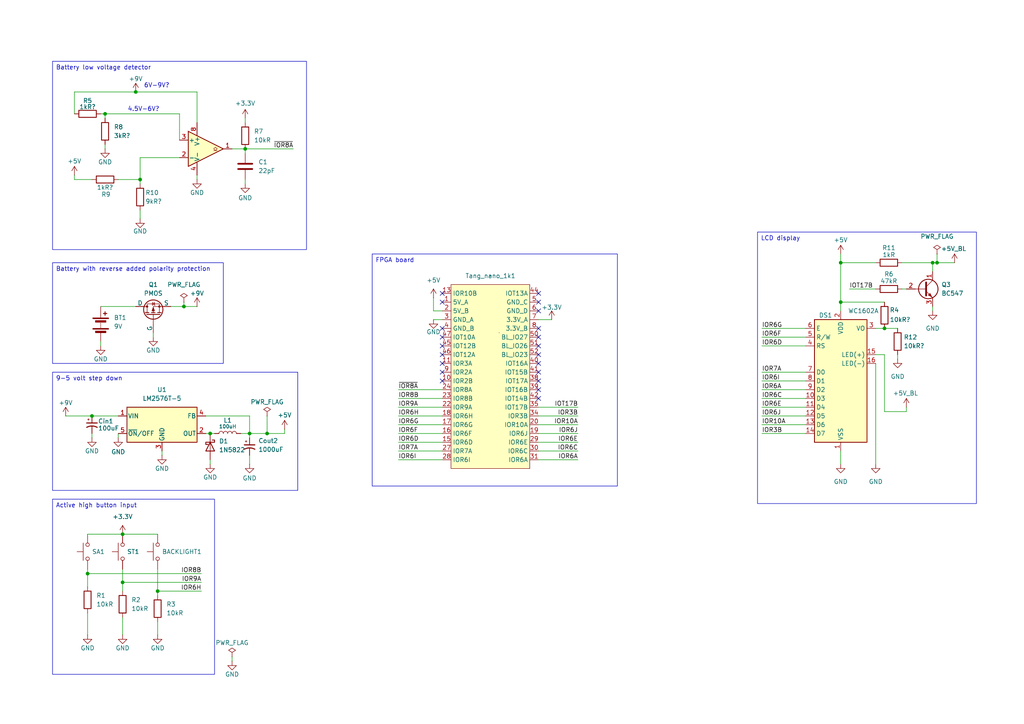
<source format=kicad_sch>
(kicad_sch (version 20250114) (generator "eeschema") (generator_version "9.0")
  (paper "A4")
  (lib_symbols
    (symbol "Comparator:LM2903" (pin_names (offset 0.127))
      (property "Reference" "U" (at 3.81 3.81 0))
      (property "Value" "LM2903" (at 6.35 -3.81 0))
      (symbol "LM2903_1_1"
        (polyline (pts (xy -5.08 5.08) (xy 5.08 0) (xy -5.08 -5.08) (xy -5.08 5.08)) (stroke (width 0.254)) (fill (type background)))
        (polyline (pts (xy 3.302 -0.508) (xy 2.794 -0.508) (xy 3.302 0) (xy 2.794 0.508) (xy 2.286 0) (xy 2.794 -0.508) (xy 2.286 -0.508)) (stroke (width 0.127)))
        (pin input line (at -7.62 2.54 0) (length 2.54) (name "+") (number "3"))
        (pin input line (at -7.62 -2.54 0) (length 2.54) (name "-") (number "2"))
        (pin open_collector line (at 7.62 0 180) (length 2.54) (name "~") (number "1"))
      )
      (symbol "LM2903_2_1"
        (polyline (pts (xy -5.08 5.08) (xy 5.08 0) (xy -5.08 -5.08) (xy -5.08 5.08)) (stroke (width 0.254)) (fill (type background)))
        (polyline (pts (xy 3.302 -0.508) (xy 2.794 -0.508) (xy 3.302 0) (xy 2.794 0.508) (xy 2.286 0) (xy 2.794 -0.508) (xy 2.286 -0.508)) (stroke (width 0.127)))
        (pin input line (at -7.62 2.54 0) (length 2.54) (name "+") (number "5"))
        (pin input line (at -7.62 -2.54 0) (length 2.54) (name "-") (number "6"))
        (pin open_collector line (at 7.62 0 180) (length 2.54) (name "~") (number "7"))
      )
      (symbol "LM2903_3_1"
        (pin power_in line (at -2.54 7.62 270) (length 3.81) (name "V+") (number "8"))
        (pin power_in line (at -2.54 -7.62 90) (length 3.81) (name "V-") (number "4"))
      )
    )
    (symbol "Device:Battery" (pin_numbers (hide yes)) (pin_names (offset 0) (hide yes))
      (property "Reference" "BT" (at 2.54 2.54 0))
      (property "Value" "Battery" (at 2.54 0 0))
      (symbol "Battery_0_1"
        (rectangle (start -2.286 1.778) (end 2.286 1.524) (fill (type outline)))
        (rectangle (start -2.286 -1.27) (end 2.286 -1.524) (fill (type outline)))
        (rectangle (start -1.524 1.016) (end 1.524 0.508) (fill (type outline)))
        (rectangle (start -1.524 -2.032) (end 1.524 -2.54) (fill (type outline)))
        (polyline (pts (xy 0 1.778) (xy 0 2.54)))
        (polyline (pts (xy 0 0) (xy 0 0.254)))
        (polyline (pts (xy 0 -0.508) (xy 0 -0.254)))
        (polyline (pts (xy 0 -1.016) (xy 0 -0.762)))
        (polyline (pts (xy 0.762 3.048) (xy 1.778 3.048)) (stroke (width 0.254)))
        (polyline (pts (xy 1.27 3.556) (xy 1.27 2.54)) (stroke (width 0.254)))
      )
      (symbol "Battery_1_1"
        (pin passive line (at 0 5.08 270) (length 2.54) (name "+") (number "1"))
        (pin passive line (at 0 -5.08 90) (length 2.54) (name "-") (number "2"))
      )
    )
    (symbol "Device:C" (pin_numbers (hide yes)) (pin_names (offset 0.254))
      (property "Reference" "C" (at 0.635 2.54 0))
      (property "Value" "C" (at 0.635 -2.54 0))
      (symbol "C_0_1"
        (polyline (pts (xy -2.032 0.762) (xy 2.032 0.762)) (stroke (width 0.508)))
        (polyline (pts (xy -2.032 -0.762) (xy 2.032 -0.762)) (stroke (width 0.508)))
      )
      (symbol "C_1_1"
        (pin passive line (at 0 3.81 270) (length 2.794) (name "~") (number "1"))
        (pin passive line (at 0 -3.81 90) (length 2.794) (name "~") (number "2"))
      )
    )
    (symbol "Device:C_Polarized_Small_US" (pin_numbers (hide yes)) (pin_names (offset 0.254) (hide yes))
      (property "Reference" "C" (at 0.254 1.778 0))
      (property "Value" "C_Polarized_Small_US" (at 0.254 -2.032 0))
      (symbol "C_Polarized_Small_US_0_1"
        (polyline (pts (xy -1.524 0.508) (xy 1.524 0.508)) (stroke (width 0.3048)))
        (polyline (pts (xy -1.27 1.524) (xy -0.762 1.524)))
        (polyline (pts (xy -1.016 1.27) (xy -1.016 1.778)))
        (arc (start -1.524 -0.762) (mid 0 -0.3734) (end 1.524 -0.762) (stroke (width 0.3048)))
      )
      (symbol "C_Polarized_Small_US_1_1"
        (pin passive line (at 0 2.54 270) (length 2.032) (name "~") (number "1"))
        (pin passive line (at 0 -2.54 90) (length 2.032) (name "~") (number "2"))
      )
    )
    (symbol "Device:L" (pin_numbers (hide yes)) (pin_names (offset 1.016) (hide yes))
      (property "Reference" "L" (at -1.27 0 90))
      (property "Value" "L" (at 1.905 0 90))
      (symbol "L_0_1"
        (arc (start 0 2.54) (mid 0.6323 1.905) (end 0 1.27))
        (arc (start 0 1.27) (mid 0.6323 0.635) (end 0 0))
        (arc (start 0 0) (mid 0.6323 -0.635) (end 0 -1.27))
        (arc (start 0 -1.27) (mid 0.6323 -1.905) (end 0 -2.54))
      )
      (symbol "L_1_1"
        (pin passive line (at 0 3.81 270) (length 1.27) (name "1") (number "1"))
        (pin passive line (at 0 -3.81 90) (length 1.27) (name "2") (number "2"))
      )
    )
    (symbol "Device:R" (pin_numbers (hide yes)) (pin_names (offset 0))
      (property "Reference" "R" (at 2.032 0 90))
      (property "Value" "R" (at 0 0 90))
      (symbol "R_0_1"
        (rectangle (start -1.016 -2.54) (end 1.016 2.54) (stroke (width 0.254)))
      )
      (symbol "R_1_1"
        (pin passive line (at 0 3.81 270) (length 1.27) (name "~") (number "1"))
        (pin passive line (at 0 -3.81 90) (length 1.27) (name "~") (number "2"))
      )
    )
    (symbol "Diode:1N5822" (pin_numbers (hide yes)) (pin_names (offset 1.016) (hide yes))
      (property "Reference" "D" (at 0 2.54 0))
      (property "Value" "1N5822" (at 0 -2.54 0))
      (symbol "1N5822_0_1"
        (polyline (pts (xy -1.905 0.635) (xy -1.905 1.27) (xy -1.27 1.27) (xy -1.27 -1.27) (xy -0.635 -1.27) (xy -0.635 -0.635)) (stroke (width 0.254)))
        (polyline (pts (xy 1.27 1.27) (xy 1.27 -1.27) (xy -1.27 0) (xy 1.27 1.27)) (stroke (width 0.254)))
        (polyline (pts (xy 1.27 0) (xy -1.27 0)))
      )
      (symbol "1N5822_1_1"
        (pin passive line (at -3.81 0 0) (length 2.54) (name "K") (number "1"))
        (pin passive line (at 3.81 0 180) (length 2.54) (name "A") (number "2"))
      )
    )
    (symbol "Display_Character:WC1602A"
      (property "Reference" "DS" (at -5.842 19.05 0))
      (property "Value" "WC1602A" (at 5.334 19.05 0))
      (symbol "WC1602A_1_1"
        (rectangle (start -7.62 17.78) (end 7.62 -17.78) (stroke (width 0.254)) (fill (type background)))
        (pin input line (at -10.16 15.24 0) (length 2.54) (name "E") (number "6"))
        (pin input line (at -10.16 12.7 0) (length 2.54) (name "R/W") (number "5"))
        (pin input line (at -10.16 10.16 0) (length 2.54) (name "RS") (number "4"))
        (pin input line (at -10.16 2.54 0) (length 2.54) (name "D0") (number "7"))
        (pin input line (at -10.16 0 0) (length 2.54) (name "D1") (number "8"))
        (pin input line (at -10.16 -2.54 0) (length 2.54) (name "D2") (number "9"))
        (pin input line (at -10.16 -5.08 0) (length 2.54) (name "D3") (number "10"))
        (pin input line (at -10.16 -7.62 0) (length 2.54) (name "D4") (number "11"))
        (pin input line (at -10.16 -10.16 0) (length 2.54) (name "D5") (number "12"))
        (pin input line (at -10.16 -12.7 0) (length 2.54) (name "D6") (number "13"))
        (pin input line (at -10.16 -15.24 0) (length 2.54) (name "D7") (number "14"))
        (pin power_in line (at 0 20.32 270) (length 2.54) (name "VDD") (number "2"))
        (pin power_in line (at 0 -20.32 90) (length 2.54) (name "VSS") (number "1"))
        (pin input line (at 10.16 15.24 180) (length 2.54) (name "VO") (number "3"))
        (pin power_in line (at 10.16 7.62 180) (length 2.54) (name "LED(+)") (number "15"))
        (pin power_in line (at 10.16 5.08 180) (length 2.54) (name "LED(-)") (number "16"))
      )
    )
    (symbol "Regulator_Switching:LM2576T-5" (pin_names (offset 0.254))
      (property "Reference" "U" (at -10.16 6.35 0))
      (property "Value" "LM2576T-5" (at 0 6.35 0))
      (symbol "LM2576T-5_0_1"
        (rectangle (start -10.16 5.08) (end 10.16 -5.08) (stroke (width 0.254)) (fill (type background)))
      )
      (symbol "LM2576T-5_1_1"
        (pin power_in line (at -12.7 2.54 0) (length 2.54) (name "VIN") (number "1"))
        (pin input line (at -12.7 -2.54 0) (length 2.54) (name "~{ON}/OFF") (number "5"))
        (pin power_in line (at 0 -7.62 90) (length 2.54) (name "GND") (number "3"))
        (pin input line (at 12.7 2.54 180) (length 2.54) (name "FB") (number "4"))
        (pin output line (at 12.7 -2.54 180) (length 2.54) (name "OUT") (number "2"))
      )
    )
    (symbol "Simulation_SPICE:PMOS" (pin_numbers (hide yes)) (pin_names (offset 0))
      (property "Reference" "Q" (at 5.08 1.27 0))
      (property "Value" "PMOS" (at 5.08 -1.27 0))
      (symbol "PMOS_0_1"
        (polyline (pts (xy 0.254 1.905) (xy 0.254 -1.905)) (stroke (width 0.254)))
        (polyline (pts (xy 0.254 0) (xy -2.54 0)))
        (polyline (pts (xy 0.762 2.286) (xy 0.762 1.27)) (stroke (width 0.254)))
        (polyline (pts (xy 0.762 1.778) (xy 3.302 1.778) (xy 3.302 -1.778) (xy 0.762 -1.778)))
        (polyline (pts (xy 0.762 0.508) (xy 0.762 -0.508)) (stroke (width 0.254)))
        (polyline (pts (xy 0.762 -1.27) (xy 0.762 -2.286)) (stroke (width 0.254)))
        (circle (center 1.651 0) (radius 2.794) (stroke (width 0.254)))
        (polyline (pts (xy 2.286 0) (xy 1.27 0.381) (xy 1.27 -0.381) (xy 2.286 0)) (fill (type outline)))
        (polyline (pts (xy 2.54 2.54) (xy 2.54 1.778)))
        (circle (center 2.54 1.778) (radius 0.254) (fill (type outline)))
        (circle (center 2.54 -1.778) (radius 0.254) (fill (type outline)))
        (polyline (pts (xy 2.54 -2.54) (xy 2.54 0) (xy 0.762 0)))
        (polyline (pts (xy 2.794 -0.508) (xy 2.921 -0.381) (xy 3.683 -0.381) (xy 3.81 -0.254)))
        (polyline (pts (xy 3.302 -0.381) (xy 2.921 0.254) (xy 3.683 0.254) (xy 3.302 -0.381)))
      )
      (symbol "PMOS_1_1"
        (pin input line (at -5.08 0 0) (length 2.54) (name "G") (number "2"))
        (pin passive line (at 2.54 5.08 270) (length 2.54) (name "D") (number "1"))
        (pin passive line (at 2.54 -5.08 90) (length 2.54) (name "S") (number "3"))
      )
    )
    (symbol "Switch:SW_Push" (pin_numbers (hide yes)) (pin_names (offset 1.016) (hide yes))
      (property "Reference" "SW" (at 1.27 2.54 0))
      (property "Value" "SW_Push" (at 0 -1.524 0))
      (symbol "SW_Push_0_1"
        (circle (center -2.032 0) (radius 0.508))
        (polyline (pts (xy 0 1.27) (xy 0 3.048)))
        (circle (center 2.032 0) (radius 0.508))
        (polyline (pts (xy 2.54 1.27) (xy -2.54 1.27)))
        (pin passive line (at -5.08 0 0) (length 2.54) (name "1") (number "1"))
        (pin passive line (at 5.08 0 180) (length 2.54) (name "2") (number "2"))
      )
    )
    (symbol "Tang_Nano_1k_library:Tang_nano_1k_fpga_sym"
      (property "Reference" "Tang_nano_1k" (at -0.254 27.178 0))
      (symbol "Tang_nano_1k_fpga_sym_0_1"
        (rectangle (start 2.54 11.43) (end 2.54 11.43))
        (rectangle (start 2.54 11.43) (end 2.54 11.43))
      )
      (symbol "Tang_nano_1k_fpga_sym_1_1"
        (rectangle (start -11.43 25.4) (end 11.43 -27.94) (fill (type background)))
        (pin bidirectional line (at -13.97 22.86 0) (length 2.54) (name "IOR10B") (number "13"))
        (pin power_in line (at -13.97 20.32 0) (length 2.54) (name "5V_A") (number "1"))
        (pin power_in line (at -13.97 17.78 0) (length 2.54) (name "5V_B") (number "2"))
        (pin power_in line (at -13.97 15.24 0) (length 2.54) (name "GND_A") (number "3"))
        (pin power_in line (at -13.97 12.7 0) (length 2.54) (name "GND_B") (number "4"))
        (pin bidirectional line (at -13.97 10.16 0) (length 2.54) (name "IOT10A") (number "47"))
        (pin bidirectional line (at -13.97 7.62 0) (length 2.54) (name "IOT12B") (number "45"))
        (pin bidirectional line (at -13.97 5.08 0) (length 2.54) (name "IOT12A") (number "46"))
        (pin bidirectional line (at -13.97 2.54 0) (length 2.54) (name "IOR3A") (number "11"))
        (pin bidirectional line (at -13.97 0 0) (length 2.54) (name "IOR2A") (number "9"))
        (pin bidirectional line (at -13.97 -2.54 0) (length 2.54) (name "IOR2B") (number "10"))
        (pin bidirectional line (at -13.97 -5.08 0) (length 2.54) (name "IOR8A") (number "24"))
        (pin bidirectional line (at -13.97 -7.62 0) (length 2.54) (name "IOR8B") (number "23"))
        (pin bidirectional line (at -13.97 -10.16 0) (length 2.54) (name "IOR9A") (number "22"))
        (pin bidirectional line (at -13.97 -12.7 0) (length 2.54) (name "IOR6H") (number "18"))
        (pin bidirectional line (at -13.97 -15.24 0) (length 2.54) (name "IOR6G") (number "17"))
        (pin bidirectional line (at -13.97 -17.78 0) (length 2.54) (name "IOR6F") (number "16"))
        (pin bidirectional line (at -13.97 -20.32 0) (length 2.54) (name "IOR6D") (number "15"))
        (pin bidirectional line (at -13.97 -22.86 0) (length 2.54) (name "IOR7A") (number "27"))
        (pin bidirectional line (at -13.97 -25.4 0) (length 2.54) (name "IOR6I") (number "28"))
        (pin bidirectional line (at 13.97 22.86 180) (length 2.54) (name "IOT13A") (number "44"))
        (pin power_in line (at 13.97 20.32 180) (length 2.54) (name "GND_C") (number "5"))
        (pin power_in line (at 13.97 17.78 180) (length 2.54) (name "GND_D") (number "6"))
        (pin power_out line (at 13.97 15.24 180) (length 2.54) (name "3.3V_A") (number "7"))
        (pin power_out line (at 13.97 12.7 180) (length 2.54) (name "3.3V_B") (number "8"))
        (pin bidirectional line (at 13.97 10.16 180) (length 2.54) (name "BL_IO27") (number "50"))
        (pin bidirectional line (at 13.97 7.62 180) (length 2.54) (name "BL_IO26") (number "51"))
        (pin bidirectional line (at 13.97 5.08 180) (length 2.54) (name "BL_IO23") (number "52"))
        (pin bidirectional line (at 13.97 2.54 180) (length 2.54) (name "IOT16A") (number "40"))
        (pin bidirectional line (at 13.97 0 180) (length 2.54) (name "IOT15B") (number "41"))
        (pin bidirectional line (at 13.97 -2.54 180) (length 2.54) (name "IOT17A") (number "38"))
        (pin bidirectional line (at 13.97 -5.08 180) (length 2.54) (name "IOT16B") (number "39"))
        (pin bidirectional line (at 13.97 -7.62 180) (length 2.54) (name "IOT14B") (number "42"))
        (pin bidirectional line (at 13.97 -10.16 180) (length 2.54) (name "IOT17B") (number "35"))
        (pin bidirectional line (at 13.97 -12.7 180) (length 2.54) (name "IOR3B") (number "34"))
        (pin bidirectional line (at 13.97 -15.24 180) (length 2.54) (name "IOR10A") (number "20"))
        (pin bidirectional line (at 13.97 -17.78 180) (length 2.54) (name "IOR6J") (number "19"))
        (pin bidirectional line (at 13.97 -20.32 180) (length 2.54) (name "IOR6E") (number "29"))
        (pin bidirectional line (at 13.97 -22.86 180) (length 2.54) (name "IOR6C") (number "30"))
        (pin bidirectional line (at 13.97 -25.4 180) (length 2.54) (name "IOR6A") (number "31"))
      )
    )
    (symbol "Transistor_BJT:BC547" (pin_names (offset 0) (hide yes))
      (property "Reference" "Q" (at 5.08 1.905 0))
      (property "Value" "BC547" (at 5.08 0 0))
      (symbol "BC547_0_1"
        (polyline (pts (xy -2.54 0) (xy 0.635 0)))
        (polyline (pts (xy 0.635 1.905) (xy 0.635 -1.905)) (stroke (width 0.508)))
        (circle (center 1.27 0) (radius 2.8194) (stroke (width 0.254)))
      )
      (symbol "BC547_1_1"
        (polyline (pts (xy 0.635 0.635) (xy 2.54 2.54)))
        (polyline (pts (xy 0.635 -0.635) (xy 2.54 -2.54)))
        (polyline (pts (xy 1.27 -1.778) (xy 1.778 -1.27) (xy 2.286 -2.286) (xy 1.27 -1.778)) (fill (type outline)))
        (pin input line (at -5.08 0 0) (length 2.54) (name "B") (number "2"))
        (pin passive line (at 2.54 5.08 270) (length 2.54) (name "C") (number "1"))
        (pin passive line (at 2.54 -5.08 90) (length 2.54) (name "E") (number "3"))
      )
    )
    (symbol "power:+5V" (power) (pin_numbers (hide yes)) (pin_names (offset 0) (hide yes))
      (property "Value" "+5V" (at 0 3.556 0))
      (symbol "+5V_0_1"
        (polyline (pts (xy -0.762 1.27) (xy 0 2.54)))
        (polyline (pts (xy 0 2.54) (xy 0.762 1.27)))
        (polyline (pts (xy 0 0) (xy 0 2.54)))
      )
      (symbol "+5V_1_1"
        (pin power_in line (at 0 0 90) (length 0) (name "~") (number "1"))
      )
    )
    (symbol "power:+9V" (power) (pin_numbers (hide yes)) (pin_names (offset 0) (hide yes))
      (property "Value" "+9V" (at 0 3.556 0))
      (symbol "+9V_0_1"
        (polyline (pts (xy -0.762 1.27) (xy 0 2.54)))
        (polyline (pts (xy 0 2.54) (xy 0.762 1.27)))
        (polyline (pts (xy 0 0) (xy 0 2.54)))
      )
      (symbol "+9V_1_1"
        (pin power_in line (at 0 0 90) (length 0) (name "~") (number "1"))
      )
    )
    (symbol "power:GND" (power) (pin_numbers (hide yes)) (pin_names (offset 0) (hide yes))
      (property "Value" "GND" (at 0 -3.81 0))
      (symbol "GND_0_1"
        (polyline (pts (xy 0 0) (xy 0 -1.27) (xy 1.27 -1.27) (xy 0 -2.54) (xy -1.27 -1.27) (xy 0 -1.27)))
      )
      (symbol "GND_1_1"
        (pin power_in line (at 0 0 270) (length 0) (name "~") (number "1"))
      )
    )
    (symbol "power:PWR_FLAG" (power) (pin_numbers (hide yes)) (pin_names (offset 0) (hide yes))
      (property "Value" "PWR_FLAG" (at 0 3.81 0))
      (symbol "PWR_FLAG_0_0"
        (pin power_out line (at 0 0 90) (length 0) (name "~") (number "1"))
      )
      (symbol "PWR_FLAG_0_1"
        (polyline (pts (xy 0 0) (xy 0 1.27) (xy -1.016 1.905) (xy 0 2.54) (xy 1.016 1.905) (xy 0 1.27)))
      )
    )
  )
  (text "4.5V-6V?" (at 41.656 31.75 0) (effects (font (size 1.27 1.27))))
  (text "6V-9V?" (at 45.466 24.892 0) (effects (font (size 1.27 1.27))))
  (text_box "9-5 volt step down" (at 15.24 107.95 0) (size 71.12 34.29) (margins 0.9525 0.9525 0.9525 0.9525) (effects (font (size 1.27 1.27)) (justify left top)))
  (text_box "LCD display" (at 219.71 67.31 0) (size 63.5 78.74) (margins 0.9525 0.9525 0.9525 0.9525) (effects (font (size 1.27 1.27)) (justify left top)))
  (text_box "Active high button input" (at 15.24 144.78 0) (size 46.99 50.8) (margins 0.9525 0.9525 0.9525 0.9525) (effects (font (size 1.27 1.27)) (justify left top)))
  (text_box "Battery low voltage detector\n" (at 15.24 17.78 0) (size 73.66 54.61) (margins 0.9525 0.9525 0.9525 0.9525) (effects (font (size 1.27 1.27)) (justify left top)))
  (text_box "Battery with reverse added polarity protection" (at 15.24 76.2 0) (size 49.53 29.21) (margins 0.9525 0.9525 0.9525 0.9525) (effects (font (size 1.27 1.27)) (justify left top)))
  (text_box "FPGA board" (at 107.95 73.66 0) (size 71.12 67.31) (margins 0.9525 0.9525 0.9525 0.9525) (effects (font (size 1.27 1.27)) (justify left top)))
  (junction (at 39.37 26.67))
  (junction (at 40.64 52.07))
  (junction (at 72.39 125.73))
  (junction (at 71.12 43.18))
  (junction (at 270.51 76.2))
  (junction (at 60.96 125.73))
  (junction (at 30.48 33.02))
  (junction (at 77.47 125.73))
  (junction (at 35.56 168.91))
  (junction (at 243.84 76.2))
  (junction (at 25.4 166.37))
  (junction (at 256.54 95.25))
  (junction (at 243.84 87.63))
  (junction (at 53.34 88.9))
  (junction (at 271.78 76.2))
  (junction (at 35.56 154.94))
  (junction (at 45.72 171.45))
  (junction (at 26.67 120.65))
  (no_connect (at 156.21 100.33))
  (no_connect (at 156.21 110.49))
  (no_connect (at 156.21 87.63))
  (no_connect (at 128.27 107.95))
  (no_connect (at 128.27 100.33))
  (no_connect (at 156.21 113.03))
  (no_connect (at 156.21 115.57))
  (no_connect (at 156.21 85.09))
  (no_connect (at 128.27 110.49))
  (no_connect (at 156.21 102.87))
  (no_connect (at 128.27 97.79))
  (no_connect (at 156.21 107.95))
  (no_connect (at 156.21 90.17))
  (no_connect (at 128.27 105.41))
  (no_connect (at 128.27 87.63))
  (no_connect (at 156.21 95.25))
  (no_connect (at 128.27 102.87))
  (no_connect (at 156.21 105.41))
  (no_connect (at 128.27 85.09))
  (no_connect (at 128.27 95.25))
  (no_connect (at 156.21 97.79))
  (wire (pts (xy 156.21 120.65) (xy 167.64 120.65)))
  (wire (pts (xy 156.21 125.73) (xy 167.64 125.73)))
  (wire (pts (xy 71.12 34.29) (xy 71.12 35.56)))
  (wire (pts (xy 220.98 100.33) (xy 233.68 100.33)))
  (wire (pts (xy 40.64 53.34) (xy 40.64 52.07)))
  (wire (pts (xy 26.67 125.73) (xy 26.67 127)))
  (wire (pts (xy 220.98 107.95) (xy 233.68 107.95)))
  (wire (pts (xy 71.12 43.18) (xy 71.12 44.45)))
  (wire (pts (xy 220.98 95.25) (xy 233.68 95.25)))
  (wire (pts (xy 115.57 123.19) (xy 128.27 123.19)))
  (wire (pts (xy 26.67 52.07) (xy 21.59 52.07)))
  (wire (pts (xy 19.05 120.65) (xy 26.67 120.65)))
  (wire (pts (xy 220.98 120.65) (xy 233.68 120.65)))
  (wire (pts (xy 35.56 168.91) (xy 35.56 171.45)))
  (wire (pts (xy 125.73 86.36) (xy 125.73 90.17)))
  (wire (pts (xy 243.84 76.2) (xy 243.84 87.63)))
  (wire (pts (xy 59.69 125.73) (xy 60.96 125.73)))
  (wire (pts (xy 60.96 125.73) (xy 62.23 125.73)))
  (wire (pts (xy 21.59 33.02) (xy 21.59 26.67)))
  (wire (pts (xy 26.67 120.65) (xy 34.29 120.65)))
  (wire (pts (xy 243.84 87.63) (xy 243.84 90.17)))
  (wire (pts (xy 261.62 83.82) (xy 262.89 83.82)))
  (wire (pts (xy 115.57 115.57) (xy 128.27 115.57)))
  (wire (pts (xy 271.78 73.66) (xy 271.78 76.2)))
  (wire (pts (xy 40.64 52.07) (xy 40.64 45.72)))
  (wire (pts (xy 35.56 154.94) (xy 25.4 154.94)))
  (wire (pts (xy 35.56 165.1) (xy 35.56 168.91)))
  (wire (pts (xy 49.53 88.9) (xy 53.34 88.9)))
  (wire (pts (xy 69.85 125.73) (xy 72.39 125.73)))
  (wire (pts (xy 45.72 171.45) (xy 45.72 172.72)))
  (wire (pts (xy 57.15 26.67) (xy 57.15 35.56)))
  (wire (pts (xy 256.54 95.25) (xy 260.35 95.25)))
  (wire (pts (xy 71.12 43.18) (xy 85.09 43.18)))
  (wire (pts (xy 39.37 26.67) (xy 57.15 26.67)))
  (wire (pts (xy 246.38 83.82) (xy 254 83.82)))
  (wire (pts (xy 115.57 118.11) (xy 128.27 118.11)))
  (wire (pts (xy 29.21 33.02) (xy 30.48 33.02)))
  (wire (pts (xy 243.84 76.2) (xy 254 76.2)))
  (wire (pts (xy 53.34 88.9) (xy 57.15 88.9)))
  (wire (pts (xy 243.84 130.81) (xy 243.84 134.62)))
  (wire (pts (xy 34.29 125.73) (xy 34.29 127)))
  (wire (pts (xy 30.48 41.91) (xy 30.48 43.18)))
  (wire (pts (xy 67.31 190.5) (xy 67.31 191.77)))
  (wire (pts (xy 243.84 87.63) (xy 256.54 87.63)))
  (wire (pts (xy 57.15 50.8) (xy 57.15 52.07)))
  (wire (pts (xy 220.98 118.11) (xy 233.68 118.11)))
  (wire (pts (xy 72.39 120.65) (xy 59.69 120.65)))
  (wire (pts (xy 52.07 33.02) (xy 52.07 40.64)))
  (wire (pts (xy 220.98 125.73) (xy 233.68 125.73)))
  (wire (pts (xy 128.27 90.17) (xy 125.73 90.17)))
  (wire (pts (xy 256.54 119.38) (xy 262.89 119.38)))
  (wire (pts (xy 261.62 76.2) (xy 270.51 76.2)))
  (wire (pts (xy 115.57 133.35) (xy 128.27 133.35)))
  (wire (pts (xy 115.57 130.81) (xy 128.27 130.81)))
  (wire (pts (xy 220.98 123.19) (xy 233.68 123.19)))
  (wire (pts (xy 156.21 128.27) (xy 167.64 128.27)))
  (wire (pts (xy 45.72 154.94) (xy 35.56 154.94)))
  (wire (pts (xy 45.72 165.1) (xy 45.72 171.45)))
  (wire (pts (xy 156.21 118.11) (xy 167.64 118.11)))
  (wire (pts (xy 270.51 88.9) (xy 270.51 90.17)))
  (wire (pts (xy 72.39 125.73) (xy 72.39 120.65)))
  (wire (pts (xy 46.99 130.81) (xy 46.99 132.08)))
  (wire (pts (xy 67.31 43.18) (xy 71.12 43.18)))
  (wire (pts (xy 44.45 96.52) (xy 44.45 97.79)))
  (wire (pts (xy 115.57 120.65) (xy 128.27 120.65)))
  (wire (pts (xy 220.98 115.57) (xy 233.68 115.57)))
  (wire (pts (xy 220.98 97.79) (xy 233.68 97.79)))
  (wire (pts (xy 156.21 133.35) (xy 167.64 133.35)))
  (wire (pts (xy 60.96 133.35) (xy 60.96 134.62)))
  (wire (pts (xy 156.21 123.19) (xy 167.64 123.19)))
  (wire (pts (xy 115.57 125.73) (xy 128.27 125.73)))
  (wire (pts (xy 254 105.41) (xy 254 134.62)))
  (wire (pts (xy 220.98 113.03) (xy 233.68 113.03)))
  (wire (pts (xy 220.98 110.49) (xy 233.68 110.49)))
  (wire (pts (xy 35.56 168.91) (xy 58.42 168.91)))
  (wire (pts (xy 29.21 88.9) (xy 39.37 88.9)))
  (wire (pts (xy 25.4 165.1) (xy 25.4 166.37)))
  (wire (pts (xy 40.64 45.72) (xy 52.07 45.72)))
  (wire (pts (xy 25.4 177.8) (xy 25.4 184.15)))
  (wire (pts (xy 30.48 33.02) (xy 52.07 33.02)))
  (wire (pts (xy 25.4 166.37) (xy 58.42 166.37)))
  (wire (pts (xy 45.72 171.45) (xy 58.42 171.45)))
  (wire (pts (xy 29.21 99.06) (xy 29.21 100.33)))
  (wire (pts (xy 254 95.25) (xy 256.54 95.25)))
  (wire (pts (xy 243.84 73.66) (xy 243.84 76.2)))
  (wire (pts (xy 53.34 87.63) (xy 53.34 88.9)))
  (wire (pts (xy 260.35 102.87) (xy 260.35 104.14)))
  (wire (pts (xy 115.57 113.03) (xy 128.27 113.03)))
  (wire (pts (xy 256.54 102.87) (xy 254 102.87)))
  (wire (pts (xy 271.78 76.2) (xy 276.86 76.2)))
  (wire (pts (xy 72.39 127) (xy 72.39 125.73)))
  (wire (pts (xy 72.39 125.73) (xy 77.47 125.73)))
  (wire (pts (xy 256.54 102.87) (xy 256.54 119.38)))
  (wire (pts (xy 156.21 92.71) (xy 160.02 92.71)))
  (wire (pts (xy 115.57 128.27) (xy 128.27 128.27)))
  (wire (pts (xy 25.4 166.37) (xy 25.4 170.18)))
  (wire (pts (xy 156.21 130.81) (xy 167.64 130.81)))
  (wire (pts (xy 125.73 92.71) (xy 128.27 92.71)))
  (wire (pts (xy 45.72 180.34) (xy 45.72 184.15)))
  (wire (pts (xy 77.47 120.65) (xy 77.47 125.73)))
  (wire (pts (xy 82.55 124.46) (xy 82.55 125.73)))
  (wire (pts (xy 35.56 179.07) (xy 35.56 184.15)))
  (wire (pts (xy 270.51 76.2) (xy 271.78 76.2)))
  (wire (pts (xy 21.59 26.67) (xy 39.37 26.67)))
  (wire (pts (xy 40.64 52.07) (xy 34.29 52.07)))
  (wire (pts (xy 40.64 63.5) (xy 40.64 60.96)))
  (wire (pts (xy 30.48 33.02) (xy 30.48 34.29)))
  (wire (pts (xy 270.51 76.2) (xy 270.51 78.74)))
  (wire (pts (xy 71.12 52.07) (xy 71.12 53.34)))
  (wire (pts (xy 21.59 50.8) (xy 21.59 52.07)))
  (wire (pts (xy 77.47 125.73) (xy 82.55 125.73)))
  (wire (pts (xy 262.89 119.38) (xy 262.89 118.11)))
  (wire (pts (xy 72.39 132.08) (xy 72.39 134.62)))
  (label "IOR6G" (at 115.57 123.19 0))
  (label "IOR8B" (at 115.57 115.57 0))
  (label "IOR6H" (at 58.42 171.45 180))
  (label "IOR6A" (at 220.98 113.03 0))
  (label "IOR6E" (at 220.98 118.11 0))
  (label "IOR6G" (at 220.98 95.25 0))
  (label "IOR6I" (at 115.57 133.35 0))
  (label "IOR10A" (at 220.98 123.19 0))
  (label "IOR6A" (at 167.64 133.35 180))
  (label "IOT17B" (at 167.64 118.11 180))
  (label "IOR6J" (at 167.64 125.73 180))
  (label "IOR6J" (at 220.98 120.65 0))
  (label "IOR6I" (at 220.98 110.49 0))
  (label "IOR9A" (at 58.42 168.91 180))
  (label "IOR8B" (at 58.42 166.37 180))
  (label "IOR9A" (at 115.57 118.11 0))
  (label "IOR3B" (at 167.64 120.65 180))
  (label "~{IOR8A}" (at 115.57 113.03 0))
  (label "IOR6F" (at 220.98 97.79 0))
  (label "IOR6D" (at 115.57 128.27 0))
  (label "IOR6C" (at 220.98 115.57 0))
  (label "IOR7A" (at 115.57 130.81 0))
  (label "IOT17B" (at 246.38 83.82 0))
  (label "~{IOR8A}" (at 85.09 43.18 180))
  (label "IOR6H" (at 115.57 120.65 0))
  (label "IOR3B" (at 220.98 125.73 0))
  (label "IOR6D" (at 220.98 100.33 0))
  (label "IOR6E" (at 167.64 128.27 180))
  (label "IOR6F" (at 115.57 125.73 0))
  (label "IOR7A" (at 220.98 107.95 0))
  (label "IOR10A" (at 167.64 123.19 180))
  (label "IOR6C" (at 167.64 130.81 180))
  (symbol (lib_id "Diode:1N5822") (at 60.96 129.54 270) (unit 1)
    (property "Reference" "D1" (at 63.5 127.9524 90) (effects (justify left)))
    (property "Value" "1N5822" (at 63.5 130.4924 90) (effects (justify left)))
    (property "Footprint" "Diode_THT:D_DO-201AD_P15.24mm_Horizontal" (effects (hide yes)))
    (property "Datasheet" "http://www.vishay.com/docs/88526/1n5820.pdf" (effects (hide yes)))
    (property "Description" "40V 3A Schottky Barrier Rectifier Diode, DO-201AD" (effects (hide yes)))
  )
  (symbol (lib_id "power:GND") (at 45.72 184.15 0) (unit 1)
    (property "Reference" "#PWR09" (effects (hide yes)))
    (property "Value" "GND" (at 45.72 187.96 0))
    (property "Description" "Power symbol creates a global label with name \"GND\" , ground" (effects (hide yes)))
  )
  (symbol (lib_id "Transistor_BJT:BC547") (at 267.97 83.82 0) (unit 1)
    (property "Reference" "Q3" (at 273.05 82.5499 0) (effects (justify left)))
    (property "Value" "BC547" (at 273.05 85.0899 0) (effects (justify left)))
    (property "Footprint" "Package_TO_SOT_THT:TO-92_Inline" (effects (hide yes)))
    (property "Datasheet" "https://www.onsemi.com/pub/Collateral/BC550-D.pdf" (effects (hide yes)))
    (property "Description" "0.1A Ic, 45V Vce, Small Signal NPN Transistor, TO-92" (effects (hide yes)))
  )
  (symbol (lib_id "Regulator_Switching:LM2576T-5") (at 46.99 123.19 0) (unit 1)
    (property "Reference" "U1" (at 46.99 113.03 0))
    (property "Value" "LM2576T-5" (at 46.99 115.57 0))
    (property "Footprint" "Package_TO_SOT_THT:TO-220-5_Vertical" (effects (hide yes)))
    (property "Datasheet" "http://www.ti.com/lit/ds/symlink/lm2576.pdf" (effects (hide yes)))
    (property "Description" "5V, 3A SIMPLE SWITCHER® Step-Down Voltage Regulator, TO-220-5" (effects (hide yes)))
  )
  (symbol (lib_id "power:+5V") (at 276.86 76.2 0) (unit 1)
    (property "Reference" "#PWR030" (effects (hide yes)))
    (property "Value" "+5V_BL" (at 276.606 72.136 0))
    (property "Description" "Power symbol creates a global label with name \"+5V\"" (effects (hide yes)))
  )
  (symbol (lib_id "power:GND") (at 71.12 53.34 0) (unit 1)
    (property "Reference" "#PWR017" (effects (hide yes)))
    (property "Value" "GND" (at 71.12 57.404 0))
    (property "Description" "Power symbol creates a global label with name \"GND\" , ground" (effects (hide yes)))
  )
  (symbol (lib_id "power:GND") (at 60.96 134.62 0) (unit 1)
    (property "Reference" "#PWR06" (effects (hide yes)))
    (property "Value" "GND" (at 60.96 138.43 0))
    (property "Description" "Power symbol creates a global label with name \"GND\" , ground" (effects (hide yes)))
  )
  (symbol (lib_id "power:GND") (at 34.29 127 0) (unit 1)
    (property "Reference" "#PWR04" (effects (hide yes)))
    (property "Value" "GND" (at 34.29 131.064 0))
    (property "Description" "Power symbol creates a global label with name \"GND\" , ground" (effects (hide yes)))
  )
  (symbol (lib_id "power:GND") (at 35.56 184.15 0) (unit 1)
    (property "Reference" "#PWR010" (effects (hide yes)))
    (property "Value" "GND" (at 35.56 187.96 0))
    (property "Description" "Power symbol creates a global label with name \"GND\" , ground" (effects (hide yes)))
  )
  (symbol (lib_id "Switch:SW_Push") (at 25.4 160.02 90) (unit 1)
    (property "Reference" "SA1" (at 26.67 160.0199 90) (effects (justify right)))
    (property "Value" "SW_Push" (effects (hide yes)))
    (property "Footprint" "Button_Switch_THT:SW_PUSH_1P1T_6x3.5mm_H5.0_APEM_MJTP1250" (effects (hide yes)))
    (property "Description" "Push button switch, generic, two pins" (effects (hide yes)))
  )
  (symbol (lib_id "Simulation_SPICE:PMOS") (at 44.45 91.44 90) (unit 1)
    (property "Reference" "Q1" (at 44.45 82.55 90))
    (property "Value" "PMOS" (at 44.45 85.09 90))
    (property "Datasheet" "https://ngspice.sourceforge.io/docs/ngspice-html-manual/manual.xhtml#cha_MOSFETs" (effects (hide yes)))
    (property "Description" "P-MOSFET transistor, drain/source/gate" (effects (hide yes)))
    (property "Sim.Device" "PMOS" (effects (hide yes)))
    (property "Sim.Type" "VDMOS" (effects (hide yes)))
    (property "Sim.Pins" "1=D 2=G 3=S" (effects (hide yes)))
  )
  (symbol (lib_id "Device:R") (at 30.48 38.1 180) (unit 1)
    (property "Reference" "R8" (at 33.02 36.8299 0) (effects (justify right)))
    (property "Value" "3kR?" (at 33.02 39.3699 0) (effects (justify right)))
    (property "Footprint" "Resistor_THT:R_Axial_DIN0207_L6.3mm_D2.5mm_P5.08mm_Vertical" (effects (hide yes)))
    (property "Description" "Resistor" (effects (hide yes)))
  )
  (symbol (lib_id "power:GND") (at 254 134.62 0) (unit 1)
    (property "Reference" "#PWR012" (effects (hide yes)))
    (property "Value" "GND" (at 254 139.7 0))
    (property "Description" "Power symbol creates a global label with name \"GND\" , ground" (effects (hide yes)))
  )
  (symbol (lib_id "power:+9V") (at 125.73 86.36 0) (unit 1)
    (property "Reference" "#PWR022" (effects (hide yes)))
    (property "Value" "+5V" (at 125.73 81.28 0))
    (property "Description" "Power symbol creates a global label with name \"+9V\"" (effects (hide yes)))
  )
  (symbol (lib_id "Comparator:LM2903") (at 59.69 43.18 0) (unit 1)
    (property "Reference" "U2" (effects (hide yes)))
    (property "Value" "LM2903" (effects (hide yes)))
    (property "Datasheet" "http://www.ti.com/lit/ds/symlink/lm393.pdf" (effects (hide yes)))
    (property "Description" "Low-Power, Low-Offset Voltage, Dual Comparators, DIP-8/SOIC-8/SOP-8/TSSOP-8/VSSOP-8" (effects (hide yes)))
  )
  (symbol (lib_id "Device:R") (at 40.64 57.15 180) (unit 1)
    (property "Reference" "R10" (at 42.164 55.88 0) (effects (justify right)))
    (property "Value" "9kR?" (at 42.164 58.42 0) (effects (justify right)))
    (property "Footprint" "Resistor_THT:R_Axial_DIN0207_L6.3mm_D2.5mm_P5.08mm_Vertical" (effects (hide yes)))
    (property "Description" "Resistor" (effects (hide yes)))
  )
  (symbol (lib_id "power:GND") (at 125.73 92.71 0) (unit 1)
    (property "Reference" "#PWR013" (effects (hide yes)))
    (property "Value" "GND" (at 125.73 96.266 0))
    (property "Description" "Power symbol creates a global label with name \"GND\" , ground" (effects (hide yes)))
  )
  (symbol (lib_id "Device:L") (at 66.04 125.73 90) (unit 1)
    (property "Reference" "L1" (at 66.04 121.92 90))
    (property "Value" "100uH" (at 66.04 123.698 90) (effects (font (size 1.016 1.016))))
    (property "Description" "Inductor" (effects (hide yes)))
  )
  (symbol (lib_id "power:GND") (at 29.21 100.33 0) (unit 1)
    (property "Reference" "#PWR025" (effects (hide yes)))
    (property "Value" "GND" (at 29.21 104.14 0))
    (property "Description" "Power symbol creates a global label with name \"GND\" , ground" (effects (hide yes)))
  )
  (symbol (lib_id "power:PWR_FLAG") (at 77.47 120.65 0) (unit 1)
    (property "Reference" "#FLG02" (effects (hide yes)))
    (property "Value" "PWR_FLAG" (at 77.47 116.586 0))
    (property "Description" "Special symbol for telling ERC where power comes from" (effects (hide yes)))
  )
  (symbol (lib_id "Device:Battery") (at 29.21 93.98 0) (unit 1)
    (property "Reference" "BT1" (at 33.02 92.1384 0) (effects (justify left)))
    (property "Value" "9V" (at 33.02 94.6784 0) (effects (justify left)))
    (property "Description" "Multiple-cell battery" (effects (hide yes)))
  )
  (symbol (lib_id "power:+5V") (at 262.89 118.11 0) (unit 1)
    (property "Reference" "#PWR031" (effects (hide yes)))
    (property "Value" "+5V_BL" (at 262.636 114.046 0))
    (property "Description" "Power symbol creates a global label with name \"+5V\"" (effects (hide yes)))
  )
  (symbol (lib_id "power:GND") (at 40.64 63.5 0) (unit 1)
    (property "Reference" "#PWR016" (effects (hide yes)))
    (property "Value" "GND" (at 40.64 67.056 0))
    (property "Description" "Power symbol creates a global label with name \"GND\" , ground" (effects (hide yes)))
  )
  (symbol (lib_id "power:+9V") (at 57.15 88.9 0) (unit 1)
    (property "Reference" "#PWR01" (effects (hide yes)))
    (property "Value" "+9V" (at 57.15 85.09 0))
    (property "Description" "Power symbol creates a global label with name \"+9V\"" (effects (hide yes)))
  )
  (symbol (lib_id "Device:R") (at 35.56 175.26 0) (unit 1)
    (property "Reference" "R2" (at 38.1 173.9899 0) (effects (justify left)))
    (property "Value" "10kR" (at 38.1 176.5299 0) (effects (justify left)))
    (property "Footprint" "Resistor_THT:R_Axial_DIN0207_L6.3mm_D2.5mm_P5.08mm_Vertical" (effects (hide yes)))
    (property "Description" "Resistor" (effects (hide yes)))
  )
  (symbol (lib_id "power:+9V") (at 160.02 92.71 0) (unit 1)
    (property "Reference" "#PWR019" (effects (hide yes)))
    (property "Value" "+3.3V" (at 160.02 89.154 0))
    (property "Description" "Power symbol creates a global label with name \"+9V\"" (effects (hide yes)))
  )
  (symbol (lib_id "Comparator:LM2903") (at 59.69 43.18 0) (unit 3)
    (property "Reference" "U2" (effects (hide yes)))
    (property "Value" "LM2903" (effects (hide yes)))
    (property "Datasheet" "http://www.ti.com/lit/ds/symlink/lm393.pdf" (effects (hide yes)))
    (property "Description" "Low-Power, Low-Offset Voltage, Dual Comparators, DIP-8/SOIC-8/SOP-8/TSSOP-8/VSSOP-8" (effects (hide yes)))
  )
  (symbol (lib_id "power:+9V") (at 82.55 124.46 0) (unit 1)
    (property "Reference" "#PWR021" (effects (hide yes)))
    (property "Value" "+5V" (at 82.55 120.396 0))
    (property "Description" "Power symbol creates a global label with name \"+9V\"" (effects (hide yes)))
  )
  (symbol (lib_id "Display_Character:WC1602A") (at 243.84 110.49 0) (unit 1)
    (property "Reference" "DS1" (at 237.49 91.44 0) (effects (justify left)))
    (property "Value" "WC1602A" (at 245.9833 90.17 0) (effects (justify left)))
    (property "Footprint" "Display:WC1602A" (effects (hide yes)))
    (property "Datasheet" "http://www.wincomlcd.com/pdf/WC1602A-SFYLYHTC06.pdf" (effects (hide yes)))
    (property "Description" "LCD 16x2 Alphanumeric , 8 bit parallel bus, 5V VDD" (effects (hide yes)))
  )
  (symbol (lib_id "Switch:SW_Push") (at 45.72 160.02 90) (unit 1)
    (property "Reference" "BACKLIGHT1" (at 46.99 160.0199 90) (effects (justify right)))
    (property "Value" "SW_Push" (effects (hide yes)))
    (property "Footprint" "Button_Switch_THT:SW_PUSH_1P1T_6x3.5mm_H5.0_APEM_MJTP1250" (effects (hide yes)))
    (property "Description" "Push button switch, generic, two pins" (effects (hide yes)))
  )
  (symbol (lib_id "power:GND") (at 72.39 134.62 0) (unit 1)
    (property "Reference" "#PWR07" (effects (hide yes)))
    (property "Value" "GND" (at 72.39 138.684 0))
    (property "Description" "Power symbol creates a global label with name \"GND\" , ground" (effects (hide yes)))
  )
  (symbol (lib_id "power:+9V") (at 19.05 120.65 0) (unit 1)
    (property "Reference" "#PWR027" (effects (hide yes)))
    (property "Value" "+9V" (at 19.05 116.84 0))
    (property "Description" "Power symbol creates a global label with name \"+9V\"" (effects (hide yes)))
  )
  (symbol (lib_id "power:GND") (at 25.4 184.15 0) (unit 1)
    (property "Reference" "#PWR02" (effects (hide yes)))
    (property "Value" "GND" (at 25.4 187.96 0))
    (property "Description" "Power symbol creates a global label with name \"GND\" , ground" (effects (hide yes)))
  )
  (symbol (lib_id "power:+9V") (at 39.37 26.67 0) (unit 1)
    (property "Reference" "#PWR026" (effects (hide yes)))
    (property "Value" "+9V" (at 39.37 22.86 0))
    (property "Description" "Power symbol creates a global label with name \"+9V\"" (effects (hide yes)))
  )
  (symbol (lib_id "power:GND") (at 44.45 97.79 0) (unit 1)
    (property "Reference" "#PWR08" (effects (hide yes)))
    (property "Value" "GND" (at 44.45 101.6 0))
    (property "Description" "Power symbol creates a global label with name \"GND\" , ground" (effects (hide yes)))
  )
  (symbol (lib_id "power:GND") (at 30.48 43.18 0) (unit 1)
    (property "Reference" "#PWR015" (effects (hide yes)))
    (property "Value" "GND" (at 30.48 46.99 0))
    (property "Description" "Power symbol creates a global label with name \"GND\" , ground" (effects (hide yes)))
  )
  (symbol (lib_id "power:GND") (at 26.67 127 0) (unit 1)
    (property "Reference" "#PWR05" (effects (hide yes)))
    (property "Value" "GND" (at 26.67 130.81 0))
    (property "Description" "Power symbol creates a global label with name \"GND\" , ground" (effects (hide yes)))
  )
  (symbol (lib_id "power:GND") (at 270.51 90.17 0) (unit 1)
    (property "Reference" "#PWR028" (effects (hide yes)))
    (property "Value" "GND" (at 270.51 95.25 0))
    (property "Description" "Power symbol creates a global label with name \"GND\" , ground" (effects (hide yes)))
  )
  (symbol (lib_id "power:GND") (at 243.84 134.62 0) (unit 1)
    (property "Reference" "#PWR011" (effects (hide yes)))
    (property "Value" "GND" (at 243.84 139.7 0))
    (property "Description" "Power symbol creates a global label with name \"GND\" , ground" (effects (hide yes)))
  )
  (symbol (lib_id "Device:R") (at 256.54 91.44 0) (unit 1)
    (property "Reference" "R4" (at 258.064 89.916 0) (effects (justify left)))
    (property "Value" "10kR?" (at 258.064 92.71 0) (effects (justify left)))
    (property "Footprint" "Resistor_THT:R_Axial_DIN0207_L6.3mm_D2.5mm_P5.08mm_Vertical" (effects (hide yes)))
    (property "Description" "Resistor" (effects (hide yes)))
  )
  (symbol (lib_id "Device:R") (at 260.35 99.06 180) (unit 1)
    (property "Reference" "R12" (at 262.128 97.79 0) (effects (justify right)))
    (property "Value" "10kR?" (at 262.128 100.33 0) (effects (justify right)))
    (property "Footprint" "Resistor_THT:R_Axial_DIN0207_L6.3mm_D2.5mm_P5.08mm_Vertical" (effects (hide yes)))
    (property "Description" "Resistor" (effects (hide yes)))
  )
  (symbol (lib_id "power:PWR_FLAG") (at 67.31 190.5 0) (unit 1)
    (property "Reference" "#FLG03" (effects (hide yes)))
    (property "Value" "PWR_FLAG" (at 67.31 186.436 0))
    (property "Description" "Special symbol for telling ERC where power comes from" (effects (hide yes)))
  )
  (symbol (lib_id "power:GND") (at 260.35 104.14 0) (unit 1)
    (property "Reference" "#PWR032" (effects (hide yes)))
    (property "Value" "GND" (at 260.35 109.22 0))
    (property "Description" "Power symbol creates a global label with name \"GND\" , ground" (effects (hide yes)))
  )
  (symbol (lib_id "Device:R") (at 257.81 83.82 90) (unit 1)
    (property "Reference" "R6" (at 257.81 79.502 90))
    (property "Value" "47kR" (at 257.81 81.534 90))
    (property "Footprint" "Resistor_THT:R_Axial_DIN0207_L6.3mm_D2.5mm_P5.08mm_Vertical" (effects (hide yes)))
    (property "Description" "Resistor" (effects (hide yes)))
  )
  (symbol (lib_id "power:+9V") (at 35.56 154.94 0) (unit 1)
    (property "Reference" "#PWR020" (effects (hide yes)))
    (property "Value" "+3.3V" (at 35.56 149.86 0))
    (property "Description" "Power symbol creates a global label with name \"+9V\"" (effects (hide yes)))
  )
  (symbol (lib_id "Device:C") (at 71.12 48.26 0) (unit 1)
    (property "Reference" "C1" (at 74.93 46.9899 0) (effects (justify left)))
    (property "Value" "22pF" (at 74.93 49.5299 0) (effects (justify left)))
    (property "Description" "Unpolarized capacitor" (effects (hide yes)))
  )
  (symbol (lib_id "Device:R") (at 45.72 176.53 0) (unit 1)
    (property "Reference" "R3" (at 48.26 175.2599 0) (effects (justify left)))
    (property "Value" "10kR" (at 48.26 177.7999 0) (effects (justify left)))
    (property "Footprint" "Resistor_THT:R_Axial_DIN0207_L6.3mm_D2.5mm_P5.08mm_Vertical" (effects (hide yes)))
    (property "Description" "Resistor" (effects (hide yes)))
  )
  (symbol (lib_id "power:+9V") (at 71.12 34.29 0) (unit 1)
    (property "Reference" "#PWR018" (effects (hide yes)))
    (property "Value" "+3.3V" (at 71.12 29.972 0))
    (property "Description" "Power symbol creates a global label with name \"+9V\"" (effects (hide yes)))
  )
  (symbol (lib_id "Device:R") (at 30.48 52.07 270) (unit 1)
    (property "Reference" "R9" (at 30.734 56.388 90))
    (property "Value" "1kR?" (at 30.48 54.356 90))
    (property "Footprint" "Resistor_THT:R_Axial_DIN0207_L6.3mm_D2.5mm_P5.08mm_Vertical" (effects (hide yes)))
    (property "Description" "Resistor" (effects (hide yes)))
  )
  (symbol (lib_id "power:+9V") (at 243.84 73.66 0) (unit 1)
    (property "Reference" "#PWR024" (effects (hide yes)))
    (property "Value" "+5V" (at 243.84 69.596 0))
    (property "Description" "Power symbol creates a global label with name \"+9V\"" (effects (hide yes)))
  )
  (symbol (lib_id "Tang_Nano_1k_library:Tang_nano_1k_fpga_sym") (at 142.24 107.95 0) (unit 1)
    (property "Reference" "Tang_nano_1k1" (at 142.24 80.01 0))
    (property "Value" "~" (at 142.24 80.01 0))
  )
  (symbol (lib_id "Device:R") (at 25.4 173.99 0) (unit 1)
    (property "Reference" "R1" (at 27.94 172.7199 0) (effects (justify left)))
    (property "Value" "10kR" (at 27.94 175.2599 0) (effects (justify left)))
    (property "Footprint" "Resistor_THT:R_Axial_DIN0207_L6.3mm_D2.5mm_P5.08mm_Vertical" (effects (hide yes)))
    (property "Description" "Resistor" (effects (hide yes)))
  )
  (symbol (lib_id "Device:R") (at 25.4 33.02 90) (unit 1)
    (property "Reference" "R5" (at 25.4 29.21 90))
    (property "Value" "1kR?" (at 25.4 30.988 90))
    (property "Footprint" "Resistor_THT:R_Axial_DIN0207_L6.3mm_D2.5mm_P5.08mm_Vertical" (effects (hide yes)))
    (property "Description" "Resistor" (effects (hide yes)))
  )
  (symbol (lib_id "power:GND") (at 57.15 52.07 0) (unit 1)
    (property "Reference" "#PWR014" (effects (hide yes)))
    (property "Value" "GND" (at 57.15 55.88 0))
    (property "Description" "Power symbol creates a global label with name \"GND\" , ground" (effects (hide yes)))
  )
  (symbol (lib_id "power:+9V") (at 21.59 50.8 0) (unit 1)
    (property "Reference" "#PWR023" (effects (hide yes)))
    (property "Value" "+5V" (at 21.59 46.736 0))
    (property "Description" "Power symbol creates a global label with name \"+9V\"" (effects (hide yes)))
  )
  (symbol (lib_id "Device:C_Polarized_Small_US") (at 26.67 123.19 0) (unit 1)
    (property "Reference" "Cin1" (at 28.448 122.174 0) (effects (justify left)))
    (property "Value" "100uF" (at 28.448 124.206 0) (effects (justify left)))
    (property "Description" "Polarized capacitor, small US symbol" (effects (hide yes)))
  )
  (symbol (lib_id "power:PWR_FLAG") (at 53.34 87.63 0) (unit 1)
    (property "Reference" "#FLG01" (effects (hide yes)))
    (property "Value" "PWR_FLAG" (at 53.34 82.55 0))
    (property "Description" "Special symbol for telling ERC where power comes from" (effects (hide yes)))
  )
  (symbol (lib_id "Device:R") (at 71.12 39.37 0) (unit 1)
    (property "Reference" "R7" (at 73.66 38.0999 0) (effects (justify left)))
    (property "Value" "10kR" (at 73.66 40.6399 0) (effects (justify left)))
    (property "Footprint" "Resistor_THT:R_Axial_DIN0207_L6.3mm_D2.5mm_P5.08mm_Vertical" (effects (hide yes)))
    (property "Description" "Resistor" (effects (hide yes)))
  )
  (symbol (lib_id "power:PWR_FLAG") (at 271.78 73.66 0) (unit 1)
    (property "Reference" "#FLG04" (effects (hide yes)))
    (property "Value" "PWR_FLAG" (at 271.78 68.58 0))
    (property "Description" "Special symbol for telling ERC where power comes from" (effects (hide yes)))
  )
  (symbol (lib_id "power:GND") (at 67.31 191.77 0) (unit 1)
    (property "Reference" "#PWR029" (effects (hide yes)))
    (property "Value" "GND" (at 67.31 195.58 0))
    (property "Description" "Power symbol creates a global label with name \"GND\" , ground" (effects (hide yes)))
  )
  (symbol (lib_id "power:GND") (at 46.99 132.08 0) (unit 1)
    (property "Reference" "#PWR03" (effects (hide yes)))
    (property "Value" "GND" (at 46.99 135.89 0))
    (property "Description" "Power symbol creates a global label with name \"GND\" , ground" (effects (hide yes)))
  )
  (symbol (lib_id "Device:R") (at 257.81 76.2 90) (unit 1)
    (property "Reference" "R11" (at 257.81 71.882 90))
    (property "Value" "1kR" (at 257.81 73.914 90))
    (property "Footprint" "Resistor_THT:R_Axial_DIN0207_L6.3mm_D2.5mm_P5.08mm_Vertical" (effects (hide yes)))
    (property "Description" "Resistor" (effects (hide yes)))
  )
  (symbol (lib_id "Switch:SW_Push") (at 35.56 160.02 90) (unit 1)
    (property "Reference" "ST1" (at 36.83 160.0199 90) (effects (justify right)))
    (property "Value" "SW_Push" (effects (hide yes)))
    (property "Footprint" "Button_Switch_THT:SW_PUSH_1P1T_6x3.5mm_H5.0_APEM_MJTP1250" (effects (hide yes)))
    (property "Description" "Push button switch, generic, two pins" (effects (hide yes)))
  )
  (symbol (lib_id "Device:C_Polarized_Small_US") (at 72.39 129.54 0) (unit 1)
    (property "Reference" "Cout2" (at 74.93 127.8381 0) (effects (justify left)))
    (property "Value" "1000uF" (at 74.93 130.3781 0) (effects (justify left)))
    (property "Description" "Polarized capacitor, small US symbol" (effects (hide yes)))
  )
)
</source>
